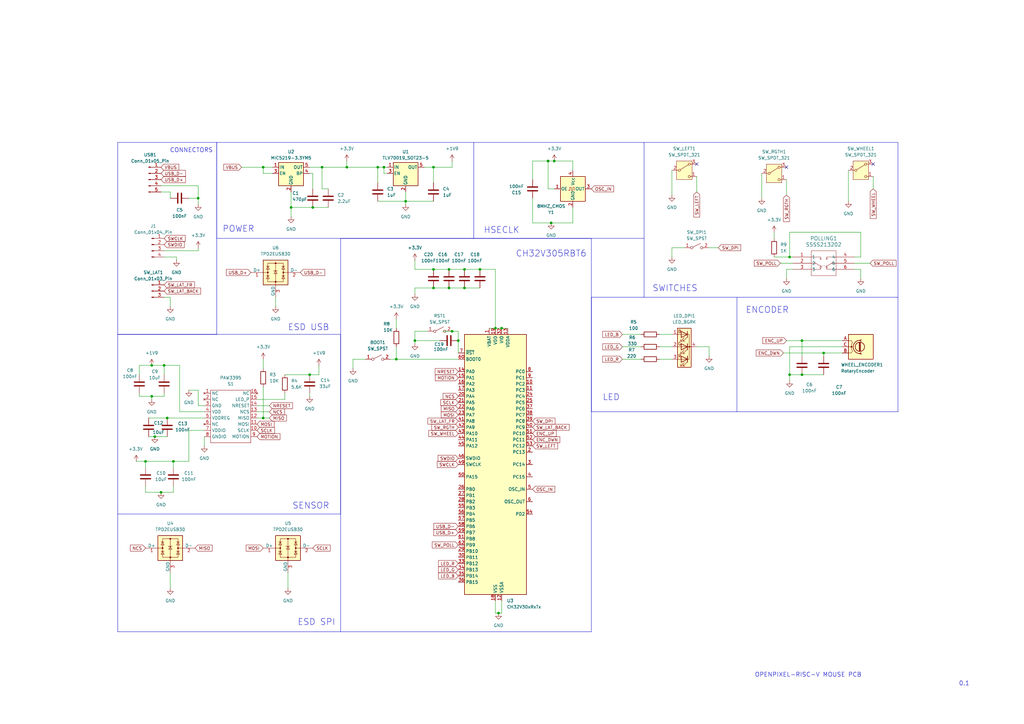
<source format=kicad_sch>
(kicad_sch (version 20250114) (generator "eeschema") (generator_version "9.0")
  (paper "A3")
  (text "LED" (at 250.698 163.068 0) (effects (font (size 2.54 2.54))))
  (text "OPENPIXEL-RISC-V MOUSE PCB\n" (at 331.47 276.86 0) (effects (font (size 1.778 1.778))))
  (text "0.1" (at 395.478 280.416 0) (effects (font (size 1.778 1.778))))
  (text "SENSOR" (at 127.508 207.518 0) (effects (font (size 2.54 2.54))))
  (text "CH32V305RBT6" (at 226.06 104.14 0) (effects (font (size 2.54 2.54))))
  (text "ESD SPI" (at 129.794 255.27 0) (effects (font (size 2.54 2.54))))
  (text "POWER\n" (at 97.79 93.98 0) (effects (font (size 2.54 2.54))))
  (text "ENCODER" (at 314.706 127.254 0) (effects (font (size 2.54 2.54))))
  (text "HSECLK" (at 205.74 94.488 0) (effects (font (size 2.54 2.54))))
  (text "SWITCHES\n" (at 276.86 118.364 0) (effects (font (size 2.54 2.54))))
  (text "CONNECTORS\n" (at 78.486 61.722 0) (effects (font (size 1.778 1.778))))
  (text "ESD USB			" (at 138.176 134.366 0) (effects (font (size 2.54 2.54))))
  (junction (at 204.47 251.46))
  (junction (at 162.56 147.32))
  (junction (at 142.24 68.58))
  (junction (at 227.33 66.04))
  (junction (at 205.74 134.62))
  (junction (at 67.31 149.86))
  (junction (at 68.58 171.45))
  (junction (at 323.85 153.67))
  (junction (at 226.06 91.44))
  (junction (at 81.28 81.28))
  (junction (at 184.15 110.49))
  (junction (at 127 153.67))
  (junction (at 128.27 85.09))
  (junction (at 177.8 110.49))
  (junction (at 154.94 68.58))
  (junction (at 66.04 201.93))
  (junction (at 323.85 105.41))
  (junction (at 170.18 139.7))
  (junction (at 196.85 110.49))
  (junction (at 184.15 118.11))
  (junction (at 71.12 189.23))
  (junction (at 166.37 82.55))
  (junction (at 132.08 68.58))
  (junction (at 63.5 179.07))
  (junction (at 328.93 139.7))
  (junction (at 177.8 118.11))
  (junction (at 185.42 135.89))
  (junction (at 157.48 68.58))
  (junction (at 107.95 68.58))
  (junction (at 119.38 85.09))
  (junction (at 187.96 139.7))
  (junction (at 62.23 162.56))
  (junction (at 224.79 66.04))
  (junction (at 177.8 68.58))
  (junction (at 203.2 134.62))
  (junction (at 328.93 153.67))
  (junction (at 337.82 144.78))
  (junction (at 107.95 171.45))
  (junction (at 190.5 110.49))
  (junction (at 62.23 149.86))
  (junction (at 59.69 189.23))
  (junction (at 190.5 118.11))
  (no_connect (at 322.58 68.58))
  (no_connect (at 358.14 67.31))
  (no_connect (at 285.75 67.31))
  (wire (pts (xy 184.15 110.49) (xy 190.5 110.49)))
  (wire (pts (xy 128.27 71.12) (xy 128.27 77.47)))
  (wire (pts (xy 162.56 147.32) (xy 160.02 147.32)))
  (polyline (pts (xy 194.31 97.79) (xy 88.9 97.79)))
  (wire (pts (xy 55.88 189.23) (xy 59.69 189.23)))
  (wire (pts (xy 285.75 72.39) (xy 285.75 78.74)))
  (wire (pts (xy 323.85 95.25) (xy 323.85 105.41)))
  (wire (pts (xy 158.75 71.12) (xy 157.48 71.12)))
  (wire (pts (xy 81.28 160.02) (xy 77.47 160.02)))
  (polyline (pts (xy 242.57 168.91) (xy 302.26 168.91)))
  (wire (pts (xy 119.38 78.74) (xy 119.38 85.09)))
  (wire (pts (xy 130.81 153.67) (xy 127 153.67)))
  (wire (pts (xy 71.12 201.93) (xy 66.04 201.93)))
  (wire (pts (xy 166.37 78.74) (xy 166.37 82.55)))
  (wire (pts (xy 328.93 139.7) (xy 345.44 139.7)))
  (polyline (pts (xy 88.9 58.42) (xy 88.9 97.79)))
  (wire (pts (xy 203.2 134.62) (xy 203.2 110.49)))
  (polyline (pts (xy 368.3 58.42) (xy 368.3 121.92)))
  (wire (pts (xy 255.27 137.16) (xy 262.89 137.16)))
  (wire (pts (xy 144.78 147.32) (xy 144.78 151.13)))
  (polyline (pts (xy 242.57 259.08) (xy 139.7 259.08)))
  (wire (pts (xy 350.52 107.95) (xy 356.87 107.95)))
  (wire (pts (xy 234.95 66.04) (xy 234.95 69.85)))
  (wire (pts (xy 170.18 139.7) (xy 170.18 140.97)))
  (polyline (pts (xy 48.26 58.42) (xy 88.9 58.42)))
  (wire (pts (xy 67.31 162.56) (xy 62.23 162.56)))
  (wire (pts (xy 57.15 161.29) (xy 57.15 162.56)))
  (wire (pts (xy 119.38 85.09) (xy 119.38 88.9)))
  (wire (pts (xy 73.66 149.86) (xy 67.31 149.86)))
  (wire (pts (xy 116.84 163.83) (xy 116.84 161.29)))
  (wire (pts (xy 170.18 110.49) (xy 177.8 110.49)))
  (wire (pts (xy 280.67 101.6) (xy 275.59 101.6)))
  (wire (pts (xy 270.51 142.24) (xy 275.59 142.24)))
  (wire (pts (xy 77.47 176.53) (xy 83.82 176.53)))
  (wire (pts (xy 218.44 81.28) (xy 218.44 91.44)))
  (wire (pts (xy 142.24 68.58) (xy 154.94 68.58)))
  (polyline (pts (xy 139.7 137.16) (xy 139.7 210.82)))
  (wire (pts (xy 322.58 110.49) (xy 322.58 114.3)))
  (polyline (pts (xy 48.26 58.42) (xy 48.26 137.16)))
  (wire (pts (xy 69.85 234.95) (xy 69.85 241.3)))
  (wire (pts (xy 337.82 144.78) (xy 337.82 146.05)))
  (wire (pts (xy 350.52 110.49) (xy 353.06 110.49)))
  (wire (pts (xy 81.28 166.37) (xy 81.28 160.02)))
  (wire (pts (xy 218.44 91.44) (xy 226.06 91.44)))
  (wire (pts (xy 323.85 105.41) (xy 325.12 105.41)))
  (wire (pts (xy 312.42 71.12) (xy 312.42 81.28)))
  (wire (pts (xy 154.94 68.58) (xy 154.94 74.93)))
  (polyline (pts (xy 368.3 121.92) (xy 264.16 121.92)))
  (wire (pts (xy 116.84 153.67) (xy 127 153.67)))
  (wire (pts (xy 328.93 153.67) (xy 337.82 153.67)))
  (wire (pts (xy 162.56 142.24) (xy 162.56 147.32)))
  (wire (pts (xy 83.82 179.07) (xy 83.82 182.88)))
  (wire (pts (xy 205.74 251.46) (xy 204.47 251.46)))
  (wire (pts (xy 105.41 163.83) (xy 116.84 163.83)))
  (wire (pts (xy 59.69 201.93) (xy 66.04 201.93)))
  (wire (pts (xy 59.69 189.23) (xy 71.12 189.23)))
  (wire (pts (xy 205.74 134.62) (xy 208.28 134.62)))
  (wire (pts (xy 323.85 142.24) (xy 323.85 153.67)))
  (polyline (pts (xy 88.9 58.42) (xy 194.31 58.42)))
  (wire (pts (xy 337.82 144.78) (xy 345.44 144.78)))
  (wire (pts (xy 149.86 147.32) (xy 144.78 147.32)))
  (wire (pts (xy 107.95 68.58) (xy 111.76 68.58)))
  (wire (pts (xy 57.15 162.56) (xy 62.23 162.56)))
  (wire (pts (xy 234.95 91.44) (xy 226.06 91.44)))
  (wire (pts (xy 321.31 144.78) (xy 337.82 144.78)))
  (wire (pts (xy 358.14 72.39) (xy 358.14 77.47)))
  (wire (pts (xy 77.47 81.28) (xy 81.28 81.28)))
  (wire (pts (xy 57.15 149.86) (xy 62.23 149.86)))
  (wire (pts (xy 205.74 246.38) (xy 205.74 251.46)))
  (wire (pts (xy 59.69 199.39) (xy 59.69 201.93)))
  (wire (pts (xy 62.23 163.83) (xy 62.23 162.56)))
  (polyline (pts (xy 194.31 58.42) (xy 194.31 97.79)))
  (wire (pts (xy 72.39 105.41) (xy 72.39 106.68)))
  (wire (pts (xy 128.27 85.09) (xy 134.62 85.09)))
  (wire (pts (xy 170.18 139.7) (xy 180.34 139.7)))
  (wire (pts (xy 132.08 68.58) (xy 142.24 68.58)))
  (wire (pts (xy 154.94 82.55) (xy 166.37 82.55)))
  (wire (pts (xy 177.8 68.58) (xy 177.8 74.93)))
  (wire (pts (xy 71.12 191.77) (xy 71.12 189.23)))
  (wire (pts (xy 157.48 71.12) (xy 157.48 68.58)))
  (wire (pts (xy 59.69 191.77) (xy 59.69 189.23)))
  (wire (pts (xy 227.33 66.04) (xy 234.95 66.04)))
  (wire (pts (xy 67.31 153.67) (xy 67.31 149.86)))
  (wire (pts (xy 200.66 134.62) (xy 203.2 134.62)))
  (polyline (pts (xy 48.26 137.16) (xy 48.26 210.82)))
  (wire (pts (xy 325.12 110.49) (xy 322.58 110.49)))
  (polyline (pts (xy 139.7 210.82) (xy 48.26 210.82)))
  (wire (pts (xy 71.12 199.39) (xy 71.12 201.93)))
  (wire (pts (xy 81.28 81.28) (xy 81.28 83.82)))
  (wire (pts (xy 177.8 110.49) (xy 184.15 110.49)))
  (wire (pts (xy 177.8 68.58) (xy 185.42 68.58)))
  (wire (pts (xy 166.37 82.55) (xy 177.8 82.55)))
  (wire (pts (xy 67.31 105.41) (xy 72.39 105.41)))
  (wire (pts (xy 227.33 66.04) (xy 224.79 66.04)))
  (wire (pts (xy 107.95 151.13) (xy 107.95 147.32)))
  (wire (pts (xy 83.82 168.91) (xy 73.66 168.91)))
  (wire (pts (xy 317.5 95.25) (xy 317.5 97.79)))
  (wire (pts (xy 111.76 71.12) (xy 107.95 71.12)))
  (wire (pts (xy 69.85 78.74) (xy 69.85 81.28)))
  (wire (pts (xy 62.23 149.86) (xy 67.31 149.86)))
  (wire (pts (xy 234.95 85.09) (xy 234.95 91.44)))
  (wire (pts (xy 320.04 107.95) (xy 325.12 107.95)))
  (wire (pts (xy 77.47 189.23) (xy 77.47 176.53)))
  (wire (pts (xy 127 68.58) (xy 132.08 68.58)))
  (wire (pts (xy 142.24 68.58) (xy 142.24 66.04)))
  (polyline (pts (xy 242.57 97.79) (xy 242.57 259.08)))
  (wire (pts (xy 170.18 118.11) (xy 177.8 118.11)))
  (wire (pts (xy 81.28 102.87) (xy 81.28 101.6)))
  (wire (pts (xy 132.08 77.47) (xy 134.62 77.47)))
  (wire (pts (xy 290.83 142.24) (xy 290.83 146.05)))
  (polyline (pts (xy 264.16 121.92) (xy 242.57 121.92)))
  (wire (pts (xy 110.49 166.37) (xy 105.41 166.37)))
  (wire (pts (xy 154.94 68.58) (xy 157.48 68.58)))
  (wire (pts (xy 162.56 134.62) (xy 162.56 130.81)))
  (wire (pts (xy 107.95 171.45) (xy 110.49 171.45)))
  (wire (pts (xy 66.04 76.2) (xy 81.28 76.2)))
  (wire (pts (xy 196.85 118.11) (xy 190.5 118.11)))
  (polyline (pts (xy 302.26 168.91) (xy 368.3 168.91)))
  (polyline (pts (xy 194.31 58.42) (xy 264.16 58.42)))
  (polyline (pts (xy 264.16 58.42) (xy 368.3 58.42)))
  (wire (pts (xy 110.49 168.91) (xy 105.41 168.91)))
  (wire (pts (xy 255.27 147.32) (xy 262.89 147.32)))
  (wire (pts (xy 175.26 135.89) (xy 170.18 135.89)))
  (wire (pts (xy 67.31 161.29) (xy 67.31 162.56)))
  (wire (pts (xy 190.5 110.49) (xy 196.85 110.49)))
  (wire (pts (xy 81.28 76.2) (xy 81.28 81.28)))
  (wire (pts (xy 345.44 142.24) (xy 323.85 142.24)))
  (polyline (pts (xy 139.7 97.79) (xy 139.7 259.08)))
  (wire (pts (xy 68.58 171.45) (xy 83.82 171.45)))
  (wire (pts (xy 190.5 118.11) (xy 184.15 118.11)))
  (wire (pts (xy 157.48 68.58) (xy 158.75 68.58)))
  (wire (pts (xy 353.06 105.41) (xy 353.06 95.25)))
  (wire (pts (xy 275.59 69.85) (xy 275.59 80.01)))
  (wire (pts (xy 203.2 134.62) (xy 205.74 134.62)))
  (polyline (pts (xy 88.9 58.42) (xy 88.9 137.16)))
  (wire (pts (xy 83.82 166.37) (xy 81.28 166.37)))
  (wire (pts (xy 353.06 95.25) (xy 323.85 95.25)))
  (wire (pts (xy 322.58 73.66) (xy 322.58 80.01)))
  (wire (pts (xy 347.98 69.85) (xy 347.98 82.55)))
  (wire (pts (xy 127 161.29) (xy 127 162.56)))
  (wire (pts (xy 67.31 121.92) (xy 69.85 121.92)))
  (wire (pts (xy 218.44 66.04) (xy 218.44 73.66)))
  (polyline (pts (xy 242.57 121.92) (xy 242.57 168.91)))
  (wire (pts (xy 119.38 85.09) (xy 128.27 85.09)))
  (wire (pts (xy 71.12 189.23) (xy 77.47 189.23)))
  (wire (pts (xy 57.15 149.86) (xy 57.15 153.67)))
  (polyline (pts (xy 368.3 168.91) (xy 368.3 121.92)) (stroke (width 0) (type solid)))
  (polyline (pts (xy 48.26 259.08) (xy 139.7 259.08)))
  (polyline (pts (xy 264.16 58.42) (xy 264.16 121.92)))
  (wire (pts (xy 60.96 179.07) (xy 63.5 179.07)))
  (wire (pts (xy 275.59 101.6) (xy 275.59 105.41)))
  (wire (pts (xy 170.18 135.89) (xy 170.18 139.7)))
  (wire (pts (xy 69.85 121.92) (xy 69.85 125.73)))
  (wire (pts (xy 270.51 137.16) (xy 275.59 137.16)))
  (wire (pts (xy 185.42 135.89) (xy 181.61 135.89)))
  (wire (pts (xy 105.41 171.45) (xy 107.95 171.45)))
  (wire (pts (xy 317.5 105.41) (xy 323.85 105.41)))
  (wire (pts (xy 203.2 246.38) (xy 203.2 251.46)))
  (polyline (pts (xy 88.9 137.16) (xy 48.26 137.16)))
  (polyline (pts (xy 194.31 97.79) (xy 264.16 97.79)))
  (wire (pts (xy 187.96 139.7) (xy 187.96 135.89)))
  (wire (pts (xy 290.83 101.6) (xy 294.64 101.6)))
  (wire (pts (xy 166.37 82.55) (xy 166.37 83.82)))
  (wire (pts (xy 170.18 106.68) (xy 170.18 110.49)))
  (wire (pts (xy 224.79 66.04) (xy 218.44 66.04)))
  (wire (pts (xy 187.96 135.89) (xy 185.42 135.89)))
  (wire (pts (xy 322.58 139.7) (xy 328.93 139.7)))
  (wire (pts (xy 196.85 110.49) (xy 203.2 110.49)))
  (wire (pts (xy 173.99 68.58) (xy 177.8 68.58)))
  (wire (pts (xy 187.96 144.78) (xy 187.96 139.7)))
  (wire (pts (xy 118.11 234.95) (xy 118.11 241.3)))
  (wire (pts (xy 170.18 118.11) (xy 170.18 120.65)))
  (wire (pts (xy 187.96 147.32) (xy 162.56 147.32)))
  (wire (pts (xy 130.81 149.86) (xy 130.81 153.67)))
  (wire (pts (xy 185.42 68.58) (xy 185.42 66.04)))
  (wire (pts (xy 285.75 142.24) (xy 290.83 142.24)))
  (wire (pts (xy 107.95 71.12) (xy 107.95 68.58)))
  (wire (pts (xy 177.8 118.11) (xy 184.15 118.11)))
  (wire (pts (xy 60.96 171.45) (xy 68.58 171.45)))
  (wire (pts (xy 99.06 68.58) (xy 107.95 68.58)))
  (wire (pts (xy 353.06 110.49) (xy 353.06 114.3)))
  (wire (pts (xy 255.27 142.24) (xy 262.89 142.24)))
  (polyline (pts (xy 48.26 210.82) (xy 48.26 259.08)))
  (wire (pts (xy 113.03 121.92) (xy 113.03 125.73)))
  (wire (pts (xy 127 71.12) (xy 128.27 71.12)))
  (wire (pts (xy 203.2 251.46) (xy 204.47 251.46)))
  (polyline (pts (xy 302.26 121.92) (xy 302.26 168.91)))
  (wire (pts (xy 227.33 77.47) (xy 224.79 77.47)))
  (polyline (pts (xy 139.7 97.79) (xy 242.57 97.79)))
  (wire (pts (xy 224.79 77.47) (xy 224.79 66.04)))
  (polyline (pts (xy 48.26 137.16) (xy 139.7 137.16)))
  (wire (pts (xy 73.66 168.91) (xy 73.66 149.86)))
  (wire (pts (xy 67.31 102.87) (xy 81.28 102.87)))
  (wire (pts (xy 323.85 153.67) (xy 323.85 156.21)))
  (wire (pts (xy 66.04 78.74) (xy 69.85 78.74)))
  (wire (pts (xy 328.93 139.7) (xy 328.93 146.05)))
  (wire (pts (xy 63.5 179.07) (xy 68.58 179.07)))
  (wire (pts (xy 270.51 147.32) (xy 275.59 147.32)))
  (wire (pts (xy 107.95 158.75) (xy 107.95 171.45)))
  (wire (pts (xy 350.52 105.41) (xy 353.06 105.41)))
  (wire (pts (xy 132.08 68.58) (xy 132.08 77.47)))
  (wire (pts (xy 323.85 153.67) (xy 328.93 153.67)))
  (global_label "NRESET" (shape input) (at 110.49 166.37 0) (property "Intersheetrefs" "${INTERSHEET_REFS}" (effects (hide yes))))
  (global_label "SW_DPI" (shape input) (at 218.44 172.72 0) (property "Intersheetrefs" "${INTERSHEET_REFS}" (effects (hide yes))))
  (global_label "LED_B" (shape input) (at 187.96 236.22 180) (property "Intersheetrefs" "${INTERSHEET_REFS}" (effects (hide yes))))
  (global_label "SCLK" (shape input) (at 105.41 176.53 0) (property "Intersheetrefs" "${INTERSHEET_REFS}" (effects (hide yes))))
  (global_label "ENC_UP" (shape input) (at 322.58 139.7 180) (property "Intersheetrefs" "${INTERSHEET_REFS}" (effects (hide yes))))
  (global_label "SWDIO" (shape input) (at 67.31 100.33 0) (property "Intersheetrefs" "${INTERSHEET_REFS}" (effects (hide yes))))
  (global_label "SW_LEFT" (shape input) (at 285.75 78.74 270) (property "Intersheetrefs" "${INTERSHEET_REFS}" (effects (hide yes))))
  (global_label "SW_RGTH" (shape input) (at 187.96 175.26 180) (property "Intersheetrefs" "${INTERSHEET_REFS}" (effects (hide yes))))
  (global_label "ENC_UP" (shape input) (at 218.44 177.8 0) (property "Intersheetrefs" "${INTERSHEET_REFS}" (effects (hide yes))))
  (global_label "VBUS" (shape input) (at 66.04 68.58 0) (property "Intersheetrefs" "${INTERSHEET_REFS}" (effects (hide yes))))
  (global_label "USB_D-" (shape input) (at 187.96 215.9 180) (property "Intersheetrefs" "${INTERSHEET_REFS}" (effects (hide yes))))
  (global_label "MOSI" (shape input) (at 105.41 173.99 0) (property "Intersheetrefs" "${INTERSHEET_REFS}" (effects (hide yes))))
  (global_label "SW_LEFT" (shape input) (at 218.44 182.88 0) (property "Intersheetrefs" "${INTERSHEET_REFS}" (effects (hide yes))))
  (global_label "NRESET" (shape input) (at 187.96 152.4 180) (property "Intersheetrefs" "${INTERSHEET_REFS}" (effects (hide yes))))
  (global_label "NCS" (shape input) (at 59.69 224.79 180) (property "Intersheetrefs" "${INTERSHEET_REFS}" (effects (hide yes))))
  (global_label "SW_POLL" (shape input) (at 187.96 223.52 180) (property "Intersheetrefs" "${INTERSHEET_REFS}" (effects (hide yes))))
  (global_label "MISO" (shape input) (at 110.49 171.45 0) (property "Intersheetrefs" "${INTERSHEET_REFS}" (effects (hide yes))))
  (global_label "MOSI" (shape input) (at 187.96 170.18 180) (property "Intersheetrefs" "${INTERSHEET_REFS}" (effects (hide yes))))
  (global_label "ENC_DWN" (shape input) (at 218.44 180.34 0) (property "Intersheetrefs" "${INTERSHEET_REFS}" (effects (hide yes))))
  (global_label "MISO" (shape input) (at 80.01 224.79 0) (property "Intersheetrefs" "${INTERSHEET_REFS}" (effects (hide yes))))
  (global_label "LED_G" (shape input) (at 187.96 233.68 180) (property "Intersheetrefs" "${INTERSHEET_REFS}" (effects (hide yes))))
  (global_label "SWCLK" (shape input) (at 67.31 97.79 0) (property "Intersheetrefs" "${INTERSHEET_REFS}" (effects (hide yes))))
  (global_label "USB_D+" (shape input) (at 66.04 73.66 0) (property "Intersheetrefs" "${INTERSHEET_REFS}" (effects (hide yes))))
  (global_label "MOTION" (shape input) (at 105.41 179.07 0) (property "Intersheetrefs" "${INTERSHEET_REFS}" (effects (hide yes))))
  (global_label "SW_POLL" (shape input) (at 320.04 107.95 180) (property "Intersheetrefs" "${INTERSHEET_REFS}" (effects (hide yes))))
  (global_label "USB_D-" (shape input) (at 123.19 111.76 0) (property "Intersheetrefs" "${INTERSHEET_REFS}" (effects (hide yes))))
  (global_label "MOTION" (shape input) (at 187.96 154.94 180) (property "Intersheetrefs" "${INTERSHEET_REFS}" (effects (hide yes))))
  (global_label "SCLK" (shape input) (at 187.96 165.1 180) (property "Intersheetrefs" "${INTERSHEET_REFS}" (effects (hide yes))))
  (global_label "SW_LAT_BACK" (shape input) (at 67.31 119.38 0) (property "Intersheetrefs" "${INTERSHEET_REFS}" (effects (hide yes))))
  (global_label "MOSI" (shape input) (at 107.95 224.79 180) (property "Intersheetrefs" "${INTERSHEET_REFS}" (effects (hide yes))))
  (global_label "USB_D+" (shape input) (at 187.96 218.44 180) (property "Intersheetrefs" "${INTERSHEET_REFS}" (effects (hide yes))))
  (global_label "LED_G" (shape input) (at 255.27 142.24 180) (property "Intersheetrefs" "${INTERSHEET_REFS}" (effects (hide yes))))
  (global_label "OSC_IN" (shape input) (at 242.57 77.47 0) (property "Intersheetrefs" "${INTERSHEET_REFS}" (effects (hide yes))))
  (global_label "LED_R" (shape input) (at 255.27 147.32 180) (property "Intersheetrefs" "${INTERSHEET_REFS}" (effects (hide yes))))
  (global_label "NCS" (shape input) (at 187.96 162.56 180) (property "Intersheetrefs" "${INTERSHEET_REFS}" (effects (hide yes))))
  (global_label "SWDIO" (shape input) (at 187.96 187.96 180) (property "Intersheetrefs" "${INTERSHEET_REFS}" (effects (hide yes))))
  (global_label "SW_DPI" (shape input) (at 294.64 101.6 0) (property "Intersheetrefs" "${INTERSHEET_REFS}" (effects (hide yes))))
  (global_label "SW_WHEEL" (shape input) (at 358.14 77.47 270) (property "Intersheetrefs" "${INTERSHEET_REFS}" (effects (hide yes))))
  (global_label "LED_R" (shape input) (at 187.96 231.14 180) (property "Intersheetrefs" "${INTERSHEET_REFS}" (effects (hide yes))))
  (global_label "VBUS" (shape input) (at 99.06 68.58 180) (property "Intersheetrefs" "${INTERSHEET_REFS}" (effects (hide yes))))
  (global_label "NCS" (shape input) (at 110.49 168.91 0) (property "Intersheetrefs" "${INTERSHEET_REFS}" (effects (hide yes))))
  (global_label "SW_LAT_BACK" (shape input) (at 218.44 175.26 0) (property "Intersheetrefs" "${INTERSHEET_REFS}" (effects (hide yes))))
  (global_label "SW_LAT_FR" (shape input) (at 67.31 116.84 0) (property "Intersheetrefs" "${INTERSHEET_REFS}" (effects (hide yes))))
  (global_label "LED_B" (shape input) (at 255.27 137.16 180) (property "Intersheetrefs" "${INTERSHEET_REFS}" (effects (hide yes))))
  (global_label "USB_D+" (shape input) (at 102.87 111.76 180) (property "Intersheetrefs" "${INTERSHEET_REFS}" (effects (hide yes))))
  (global_label "SCLK" (shape input) (at 128.27 224.79 0) (property "Intersheetrefs" "${INTERSHEET_REFS}" (effects (hide yes))))
  (global_label "SW_POLL" (shape input) (at 356.87 107.95 0) (property "Intersheetrefs" "${INTERSHEET_REFS}" (effects (hide yes))))
  (global_label "SWCLK" (shape input) (at 187.96 190.5 180) (property "Intersheetrefs" "${INTERSHEET_REFS}" (effects (hide yes))))
  (global_label "SW_WHEEL" (shape input) (at 187.96 177.8 180) (property "Intersheetrefs" "${INTERSHEET_REFS}" (effects (hide yes))))
  (global_label "USB_D-" (shape input) (at 66.04 71.12 0) (property "Intersheetrefs" "${INTERSHEET_REFS}" (effects (hide yes))))
  (global_label "ENC_DWN" (shape input) (at 321.31 144.78 180) (property "Intersheetrefs" "${INTERSHEET_REFS}" (effects (hide yes))))
  (global_label "SW_LAT_FR" (shape input) (at 187.96 172.72 180) (property "Intersheetrefs" "${INTERSHEET_REFS}" (effects (hide yes))))
  (global_label "MISO" (shape input) (at 187.96 167.64 180) (property "Intersheetrefs" "${INTERSHEET_REFS}" (effects (hide yes))))
  (global_label "OSC_IN" (shape input) (at 218.44 200.66 0) (property "Intersheetrefs" "${INTERSHEET_REFS}" (effects (hide yes))))
  (global_label "SW_RGTH" (shape input) (at 322.58 80.01 270) (property "Intersheetrefs" "${INTERSHEET_REFS}" (effects (hide yes))))
  (symbol (lib_id "Device:R") (at 116.84 157.48 0) (unit 1)
    (property "Reference" "R4" (at 119.38 156.2099 0) (effects (justify left)))
    (property "Value" "5,6K" (at 119.38 158.7499 0) (effects (justify left)))
    (property "Footprint" "Capacitor_SMD:C_0603_1608Metric" (effects (hide yes)))
    (property "Description" "Resistor" (effects (hide yes)))
  )
  (symbol (lib_id "Switch:SW_SPDT_321") (at 280.67 69.85 0) (unit 1)
    (property "Reference" "SW_LEFT1" (at 280.67 60.96 0))
    (property "Value" "SW_SPDT_321" (at 280.67 63.5 0))
    (property "Footprint" "Omron mouse switches:SW_D2FC_OMR" (effects (hide yes)))
    (property "Description" "Switch, single pole double throw" (effects (hide yes)))
  )
  (symbol (lib_id "Device:C") (at 68.58 175.26 180) (unit 1)
    (property "Reference" "C13" (at 74.93 173.736 0))
    (property "Value" "100nF" (at 74.93 176.276 0))
    (property "Footprint" "Capacitor_SMD:C_0402_1005Metric" (effects (hide yes)))
    (property "Description" "Unpolarized capacitor" (effects (hide yes)))
  )
  (symbol (lib_id "power:GND") (at 63.5 179.07 0) (unit 1)
    (property "Reference" "#PWR033" (effects (hide yes)))
    (property "Value" "GND" (at 63.5 184.15 0))
    (property "Description" "Power symbol creates a global label with name \"GND\" , ground" (effects (hide yes)))
  )
  (symbol (lib_id "power:+3.3V") (at 107.95 147.32 0) (unit 1)
    (property "Reference" "#PWR029" (effects (hide yes)))
    (property "Value" "+3.3V" (at 107.95 142.24 0))
    (property "Description" "Power symbol creates a global label with name \"+3.3V\"" (effects (hide yes)))
  )
  (symbol (lib_id "Device:C") (at 134.62 81.28 0) (unit 1)
    (property "Reference" "C2" (at 138.43 80.01 0) (effects (justify left)))
    (property "Value" "2.2uF" (at 138.43 82.55 0) (effects (justify left)))
    (property "Footprint" "Capacitor_SMD:C_0402_1005Metric" (effects (hide yes)))
    (property "Description" "Unpolarized capacitor" (effects (hide yes)))
  )
  (symbol (lib_id "Device:C") (at 218.44 77.47 180) (unit 1)
    (property "Reference" "C15" (at 211.836 78.994 0))
    (property "Value" "100nF" (at 211.836 76.454 0))
    (property "Footprint" "Capacitor_SMD:C_0402_1005Metric" (effects (hide yes)))
    (property "Description" "Unpolarized capacitor" (effects (hide yes)))
  )
  (symbol (lib_id "power:GND") (at 323.85 156.21 0) (unit 1)
    (property "Reference" "#PWR07" (effects (hide yes)))
    (property "Value" "GND" (at 323.85 161.29 0))
    (property "Description" "Power symbol creates a global label with name \"GND\" , ground" (effects (hide yes)))
  )
  (symbol (lib_id "power:GND") (at 170.18 120.65 0) (unit 1)
    (property "Reference" "#PWR022" (effects (hide yes)))
    (property "Value" "GND" (at 170.18 125.73 0))
    (property "Description" "Power symbol creates a global label with name \"GND\" , ground" (effects (hide yes)))
  )
  (symbol (lib_id "Connector:Conn_01x03_Pin") (at 62.23 119.38 0) (unit 1)
    (property "Reference" "SW_LAT1" (at 62.865 111.76 0))
    (property "Value" "Conn_01x03_Pin" (at 62.865 114.3 0))
    (property "Footprint" "Connector_JST:JST_SH_SM03B-SRSS-TB_1x03-1MP_P1.00mm_Horizontal" (effects (hide yes)))
    (property "Description" "Generic connector, single row, 01x03, script generated" (effects (hide yes)))
  )
  (symbol (lib_id "Switch:SW_SPST") (at 154.94 147.32 0) (unit 1)
    (property "Reference" "BOOT1" (at 154.94 140.462 0))
    (property "Value" "SW_SPST" (at 154.94 143.002 0))
    (property "Footprint" "Button_Switch_SMD:SW_SPST_TL3342" (effects (hide yes)))
    (property "Description" "Single Pole Single Throw (SPST) switch" (effects (hide yes)))
  )
  (symbol (lib_id "power:+1V8") (at 185.42 66.04 0) (unit 1)
    (property "Reference" "#PWR024" (effects (hide yes)))
    (property "Value" "+1V9" (at 185.42 60.96 0))
    (property "Description" "Power symbol creates a global label with name \"+1V8\"" (effects (hide yes)))
  )
  (symbol (lib_id "power:GND") (at 83.82 182.88 0) (unit 1)
    (property "Reference" "#PWR016" (effects (hide yes)))
    (property "Value" "GND" (at 83.82 187.96 0))
    (property "Description" "Power symbol creates a global label with name \"GND\" , ground" (effects (hide yes)))
  )
  (symbol (lib_id "Device:C") (at 127 157.48 180) (unit 1)
    (property "Reference" "C14" (at 133.35 155.956 0))
    (property "Value" "33uF" (at 133.35 158.496 0))
    (property "Footprint" "Capacitor_SMD:C_0402_1005Metric" (effects (hide yes)))
    (property "Description" "Unpolarized capacitor" (effects (hide yes)))
  )
  (symbol (lib_id "Device:C") (at 57.15 157.48 0) (unit 1)
    (property "Reference" "C8" (at 53.34 151.892 0))
    (property "Value" "100nF" (at 53.34 154.432 0))
    (property "Footprint" "Capacitor_SMD:C_0402_1005Metric" (effects (hide yes)))
    (property "Description" "Unpolarized capacitor" (effects (hide yes)))
  )
  (symbol (lib_id "Device:C") (at 177.8 78.74 0) (unit 1)
    (property "Reference" "C4" (at 181.61 77.4699 0) (effects (justify left)))
    (property "Value" "1uF" (at 181.61 80.0099 0) (effects (justify left)))
    (property "Footprint" "Capacitor_SMD:C_0402_1005Metric" (effects (hide yes)))
    (property "Description" "Unpolarized capacitor" (effects (hide yes)))
  )
  (symbol (lib_id "power:GND") (at 66.04 201.93 0) (unit 1)
    (property "Reference" "#PWR034" (effects (hide yes)))
    (property "Value" "GND" (at 66.04 207.01 0))
    (property "Description" "Power symbol creates a global label with name \"GND\" , ground" (effects (hide yes)))
  )
  (symbol (lib_id "power:GND") (at 347.98 82.55 0) (unit 1)
    (property "Reference" "#PWR06" (effects (hide yes)))
    (property "Value" "GND" (at 347.98 87.63 0))
    (property "Description" "Power symbol creates a global label with name \"GND\" , ground" (effects (hide yes)))
  )
  (symbol (lib_id "Device:C") (at 190.5 114.3 0) (unit 1)
    (property "Reference" "C17" (at 188.214 104.394 0))
    (property "Value" "100nF" (at 188.214 106.934 0))
    (property "Footprint" "Capacitor_SMD:C_0402_1005Metric" (effects (hide yes)))
    (property "Description" "Unpolarized capacitor" (effects (hide yes)))
  )
  (symbol (lib_id "power:GND") (at 119.38 88.9 0) (unit 1)
    (property "Reference" "#PWR02" (effects (hide yes)))
    (property "Value" "GND" (at 119.38 93.98 0))
    (property "Description" "Power symbol creates a global label with name \"GND\" , ground" (effects (hide yes)))
  )
  (symbol (lib_id "Device:R") (at 162.56 138.43 0) (unit 1)
    (property "Reference" "R8" (at 157.226 132.842 0) (effects (justify left)))
    (property "Value" "10K" (at 157.226 135.382 0) (effects (justify left)))
    (property "Footprint" "Capacitor_SMD:C_0603_1608Metric" (effects (hide yes)))
    (property "Description" "Resistor" (effects (hide yes)))
  )
  (symbol (lib_id "power:+3.3V") (at 227.33 66.04 0) (unit 1)
    (property "Reference" "#PWR036" (effects (hide yes)))
    (property "Value" "+3.3V" (at 227.33 60.96 0))
    (property "Description" "Power symbol creates a global label with name \"+3.3V\"" (effects (hide yes)))
  )
  (symbol (lib_id "power:GND") (at 275.59 105.41 0) (unit 1)
    (property "Reference" "#PWR010" (effects (hide yes)))
    (property "Value" "GND" (at 275.59 110.49 0))
    (property "Description" "Power symbol creates a global label with name \"GND\" , ground" (effects (hide yes)))
  )
  (symbol (lib_id "power:GND") (at 275.59 80.01 0) (unit 1)
    (property "Reference" "#PWR04" (effects (hide yes)))
    (property "Value" "GND" (at 275.59 85.09 0))
    (property "Description" "Power symbol creates a global label with name \"GND\" , ground" (effects (hide yes)))
  )
  (symbol (lib_id "power:+3.3V") (at 317.5 95.25 0) (unit 1)
    (property "Reference" "#PWR027" (effects (hide yes)))
    (property "Value" "+3.3V" (at 317.5 90.17 0))
    (property "Description" "Power symbol creates a global label with name \"+3.3V\"" (effects (hide yes)))
  )
  (symbol (lib_id "power:GND") (at 118.11 241.3 0) (unit 1)
    (property "Reference" "#PWR028" (effects (hide yes)))
    (property "Value" "GND" (at 118.11 246.38 0))
    (property "Description" "Power symbol creates a global label with name \"GND\" , ground" (effects (hide yes)))
  )
  (symbol (lib_id "Power_Protection:TPD2EUSB30") (at 69.85 224.79 0) (unit 1)
    (property "Reference" "U4" (at 69.85 214.63 0))
    (property "Value" "TPD2EUSB30" (at 69.85 217.17 0))
    (property "Footprint" "Package_TO_SOT_SMD:Texas_DRT-3" (effects (hide yes)))
    (property "Datasheet" "http://www.ti.com/lit/ds/symlink/tpd2eusb30a.pdf" (effects (hide yes)))
    (property "Description" "2-Channel ESD Protection for Super-Speed USB 3.0 Interface, DRT-3" (effects (hide yes)))
  )
  (symbol (lib_id "power:GND") (at 353.06 114.3 0) (unit 1)
    (property "Reference" "#PWR08" (effects (hide yes)))
    (property "Value" "GND" (at 353.06 119.38 0))
    (property "Description" "Power symbol creates a global label with name \"GND\" , ground" (effects (hide yes)))
  )
  (symbol (lib_id "Device:C") (at 73.66 81.28 90) (unit 1)
    (property "Reference" "C5" (at 73.66 86.106 90))
    (property "Value" "100nF" (at 73.66 88.646 90))
    (property "Footprint" "Capacitor_SMD:C_0402_1005Metric" (effects (hide yes)))
    (property "Description" "Unpolarized capacitor" (effects (hide yes)))
  )
  (symbol (lib_id "power:GND") (at 170.18 140.97 0) (unit 1)
    (property "Reference" "#PWR019" (effects (hide yes)))
    (property "Value" "GND" (at 170.18 146.05 0))
    (property "Description" "Power symbol creates a global label with name \"GND\" , ground" (effects (hide yes)))
  )
  (symbol (lib_id "paw3395:paw3395") (at 90.17 163.83 0) (unit 1)
    (property "Reference" "PAW3395" (at 94.615 154.94 0))
    (property "Value" "S1" (at 94.615 157.48 0))
    (property "Footprint" "PAW3395:PAW3395_LGA16_fixed" (effects (hide yes)))
  )
  (symbol (lib_id "Switch:SW_SPST") (at 180.34 135.89 0) (unit 1)
    (property "Reference" "RST1" (at 180.34 129.54 0))
    (property "Value" "SW_SPST" (at 180.34 132.08 0))
    (property "Footprint" "Button_Switch_SMD:SW_SPST_EVQP7C" (effects (hide yes)))
    (property "Description" "Single Pole Single Throw (SPST) switch" (effects (hide yes)))
  )
  (symbol (lib_id "Connector:Conn_01x04_Pin") (at 62.23 100.33 0) (unit 1)
    (property "Reference" "J1" (at 62.865 92.71 0))
    (property "Value" "Conn_01x04_Pin" (at 62.865 95.25 0))
    (property "Footprint" "Connector_PinHeader_2.00mm:PinHeader_1x04_P2.00mm_Vertical" (effects (hide yes)))
    (property "Description" "Generic connector, single row, 01x04, script generated" (effects (hide yes)))
  )
  (symbol (lib_id "Device:C") (at 328.93 149.86 180) (unit 1)
    (property "Reference" "C6" (at 331.978 157.734 0))
    (property "Value" "100nF" (at 331.978 160.274 0))
    (property "Footprint" "Capacitor_SMD:C_0402_1005Metric" (effects (hide yes)))
    (property "Description" "Unpolarized capacitor" (effects (hide yes)))
  )
  (symbol (lib_id "power:+3.3V") (at 162.56 130.81 0) (unit 1)
    (property "Reference" "#PWR037" (effects (hide yes)))
    (property "Value" "+3.3V" (at 162.56 125.73 0))
    (property "Description" "Power symbol creates a global label with name \"+3.3V\"" (effects (hide yes)))
  )
  (symbol (lib_id "power:GND") (at 127 162.56 0) (unit 1)
    (property "Reference" "#PWR030" (effects (hide yes)))
    (property "Value" "GND" (at 127 167.64 0))
    (property "Description" "Power symbol creates a global label with name \"GND\" , ground" (effects (hide yes)))
  )
  (symbol (lib_id "Device:C") (at 59.69 195.58 180) (unit 1)
    (property "Reference" "C10" (at 66.04 194.056 0))
    (property "Value" "10uF" (at 66.04 196.596 0))
    (property "Footprint" "Capacitor_SMD:C_0402_1005Metric" (effects (hide yes)))
    (property "Description" "Unpolarized capacitor" (effects (hide yes)))
  )
  (symbol (lib_id "Switch:SW_SPDT_321") (at 353.06 69.85 0) (unit 1)
    (property "Reference" "SW_WHEEL1" (at 353.06 60.96 0))
    (property "Value" "SW_SPDT_321" (at 353.06 63.5 0))
    (property "Footprint" "Omron mouse switches:SW_D2FC_OMR" (effects (hide yes)))
    (property "Description" "Switch, single pole double throw" (effects (hide yes)))
  )
  (symbol (lib_id "power:GND") (at 290.83 146.05 0) (unit 1)
    (property "Reference" "#PWR011" (effects (hide yes)))
    (property "Value" "GND" (at 290.83 151.13 0))
    (property "Description" "Power symbol creates a global label with name \"GND\" , ground" (effects (hide yes)))
  )
  (symbol (lib_id "Device:C") (at 154.94 78.74 0) (unit 1)
    (property "Reference" "C3" (at 158.75 77.4699 0) (effects (justify left)))
    (property "Value" "1uF" (at 158.75 80.0099 0) (effects (justify left)))
    (property "Footprint" "Capacitor_SMD:C_0402_1005Metric" (effects (hide yes)))
    (property "Description" "Unpolarized capacitor" (effects (hide yes)))
  )
  (symbol (lib_id "power:GND") (at 144.78 151.13 0) (unit 1)
    (property "Reference" "#PWR018" (effects (hide yes)))
    (property "Value" "GND" (at 144.78 156.21 0))
    (property "Description" "Power symbol creates a global label with name \"GND\" , ground" (effects (hide yes)))
  )
  (symbol (lib_id "power:GND") (at 312.42 81.28 0) (unit 1)
    (property "Reference" "#PWR05" (effects (hide yes)))
    (property "Value" "GND" (at 312.42 86.36 0))
    (property "Description" "Power symbol creates a global label with name \"GND\" , ground" (effects (hide yes)))
  )
  (symbol (lib_id "Regulator_Linear:TLV70019_SOT23-5") (at 166.37 71.12 0) (unit 1)
    (property "Reference" "U1" (at 166.37 62.23 0))
    (property "Value" "TLV70019_SOT23-5" (at 166.37 64.77 0))
    (property "Footprint" "Package_TO_SOT_SMD:SOT-23-5" (effects (hide yes)))
    (property "Datasheet" "http://www.ti.com/lit/ds/symlink/tlv700.pdf" (effects (hide yes)))
    (property "Description" "200mA Low Dropout Voltage Regulator, Fixed Output 1.9V, SOT-23-5" (effects (hide yes)))
  )
  (symbol (lib_id "power:GND") (at 226.06 91.44 0) (unit 1)
    (property "Reference" "#PWR035" (effects (hide yes)))
    (property "Value" "GND" (at 226.06 96.52 0))
    (property "Description" "Power symbol creates a global label with name \"GND\" , ground" (effects (hide yes)))
  )
  (symbol (lib_id "Device:C") (at 67.31 157.48 0) (unit 1)
    (property "Reference" "C9" (at 63.5 152.4 0))
    (property "Value" "10uF" (at 63.5 154.94 0))
    (property "Footprint" "Capacitor_SMD:C_0402_1005Metric" (effects (hide yes)))
    (property "Description" "Unpolarized capacitor" (effects (hide yes)))
  )
  (symbol (lib_id "Power_Protection:TPD2EUSB30") (at 113.03 111.76 0) (unit 1)
    (property "Reference" "U6" (at 113.03 101.6 0))
    (property "Value" "TPD2EUSB30" (at 113.03 104.14 0))
    (property "Footprint" "Package_TO_SOT_SMD:Texas_DRT-3" (effects (hide yes)))
    (property "Datasheet" "http://www.ti.com/lit/ds/symlink/tpd2eusb30a.pdf" (effects (hide yes)))
    (property "Description" "2-Channel ESD Protection for Super-Speed USB 3.0 Interface, DRT-3" (effects (hide yes)))
  )
  (symbol (lib_id "Device:R") (at 317.5 101.6 0) (unit 1)
    (property "Reference" "R9" (at 320.04 100.3299 0) (effects (justify left)))
    (property "Value" "1K" (at 320.04 102.8699 0) (effects (justify left)))
    (property "Footprint" "Capacitor_SMD:C_0603_1608Metric" (effects (hide yes)))
    (property "Description" "Resistor" (effects (hide yes)))
  )
  (symbol (lib_id "Device:C") (at 71.12 195.58 180) (unit 1)
    (property "Reference" "C11" (at 77.47 194.056 0))
    (property "Value" "100nF" (at 77.47 196.596 0))
    (property "Footprint" "Capacitor_SMD:C_0402_1005Metric" (effects (hide yes)))
    (property "Description" "Unpolarized capacitor" (effects (hide yes)))
  )
  (symbol (lib_id "power:+3.3V") (at 142.24 66.04 0) (unit 1)
    (property "Reference" "#PWR023" (effects (hide yes)))
    (property "Value" "+3.3V" (at 142.24 60.96 0))
    (property "Description" "Power symbol creates a global label with name \"+3.3V\"" (effects (hide yes)))
  )
  (symbol (lib_id "Device:C") (at 337.82 149.86 180) (unit 1)
    (property "Reference" "C7" (at 344.17 158.75 0))
    (property "Value" "100nF" (at 344.17 161.29 0))
    (property "Footprint" "Capacitor_SMD:C_0402_1005Metric" (effects (hide yes)))
    (property "Description" "Unpolarized capacitor" (effects (hide yes)))
  )
  (symbol (lib_id "power:GND") (at 69.85 241.3 0) (unit 1)
    (property "Reference" "#PWR026" (effects (hide yes)))
    (property "Value" "GND" (at 69.85 246.38 0))
    (property "Description" "Power symbol creates a global label with name \"GND\" , ground" (effects (hide yes)))
  )
  (symbol (lib_id "power:+3.3V") (at 55.88 189.23 0) (unit 1)
    (property "Reference" "#PWR017" (effects (hide yes)))
    (property "Value" "+3.3V" (at 55.626 184.15 0))
    (property "Description" "Power symbol creates a global label with name \"+3.3V\"" (effects (hide yes)))
  )
  (symbol (lib_id "Device:C") (at 184.15 139.7 90) (unit 1)
    (property "Reference" "C19" (at 180.086 141.224 90))
    (property "Value" "100nF" (at 180.848 143.256 90))
    (property "Footprint" "Capacitor_SMD:C_0402_1005Metric" (effects (hide yes)))
    (property "Description" "Unpolarized capacitor" (effects (hide yes)))
  )
  (symbol (lib_id "Device:LED_BGRK") (at 280.67 142.24 180) (unit 1)
    (property "Reference" "LED_DPI1" (at 280.67 129.54 0))
    (property "Value" "LED_BGRK" (at 280.67 132.08 0))
    (property "Footprint" "LED_SMD:LED_RGB_1210" (effects (hide yes)))
    (property "Description" "RGB LED, blue/green/red/cathode" (effects (hide yes)))
  )
  (symbol (lib_id "power:GND") (at 72.39 106.68 0) (unit 1)
    (property "Reference" "#PWR021" (effects (hide yes)))
    (property "Value" "GND" (at 72.39 111.76 0))
    (property "Description" "Power symbol creates a global label with name \"GND\" , ground" (effects (hide yes)))
  )
  (symbol (lib_id "Device:C") (at 196.85 114.3 0) (unit 1)
    (property "Reference" "C18" (at 194.818 104.394 0))
    (property "Value" "100nF" (at 194.818 106.934 0))
    (property "Footprint" "Capacitor_SMD:C_0402_1005Metric" (effects (hide yes)))
    (property "Description" "Unpolarized capacitor" (effects (hide yes)))
  )
  (symbol (lib_id "power:+3.3V") (at 170.18 106.68 0) (unit 1)
    (property "Reference" "#PWR012" (effects (hide yes)))
    (property "Value" "+3.3V" (at 170.18 101.6 0))
    (property "Description" "Power symbol creates a global label with name \"+3.3V\"" (effects (hide yes)))
  )
  (symbol (lib_id "power:GND") (at 77.47 160.02 0) (unit 1)
    (property "Reference" "#PWR014" (effects (hide yes)))
    (property "Value" "GND" (at 77.47 165.1 0))
    (property "Description" "Power symbol creates a global label with name \"GND\" , ground" (effects (hide yes)))
  )
  (symbol (lib_id "Switch:SW_SPST") (at 285.75 101.6 0) (unit 1)
    (property "Reference" "SW_DPI1" (at 285.75 95.25 0))
    (property "Value" "SW_SPST" (at 285.75 97.79 0))
    (property "Footprint" "Button_Switch_SMD:SW_SPST_TL3342" (effects (hide yes)))
    (property "Description" "Single Pole Single Throw (SPST) switch" (effects (hide yes)))
  )
  (symbol (lib_id "Device:R") (at 266.7 147.32 90) (unit 1)
    (property "Reference" "R7" (at 259.08 143.51 90))
    (property "Value" "220" (at 259.08 146.05 90))
    (property "Footprint" "Capacitor_SMD:C_0603_1608Metric" (effects (hide yes)))
    (property "Description" "Resistor" (effects (hide yes)))
  )
  (symbol (lib_id "MCU_WCH_CH32V3:CH32V30xRxTx") (at 203.2 190.5 0) (unit 1)
    (property "Reference" "U3" (at 207.8833 246.38 0) (effects (justify left)))
    (property "Value" "CH32V30xRxTx" (at 207.8833 248.92 0) (effects (justify left)))
    (property "Footprint" "Package_QFP:LQFP-64_10x10mm_P0.5mm" (effects (hide yes)))
    (property "Datasheet" "http://www.wch-ic.com/products/CH32V307.html?" (effects (hide yes)))
    (property "Description" "The CH32V303/5/7 is an connectivity MCUs based on 32-bit RISC-V core." (effects (hide yes)))
  )
  (symbol (lib_id "Device:C") (at 60.96 175.26 180) (unit 1)
    (property "Reference" "C12" (at 65.024 173.482 0))
    (property "Value" "10uF" (at 65.024 177.292 0))
    (property "Footprint" "Capacitor_SMD:C_0402_1005Metric" (effects (hide yes)))
    (property "Description" "Unpolarized capacitor" (effects (hide yes)))
  )
  (symbol (lib_id "power:GND") (at 81.28 83.82 0) (unit 1)
    (property "Reference" "#PWR01" (effects (hide yes)))
    (property "Value" "GND" (at 81.28 88.9 0))
    (property "Description" "Power symbol creates a global label with name \"GND\" , ground" (effects (hide yes)))
  )
  (symbol (lib_id "power:GND") (at 113.03 125.73 0) (unit 1)
    (property "Reference" "#PWR038" (effects (hide yes)))
    (property "Value" "GND" (at 113.03 130.81 0))
    (property "Description" "Power symbol creates a global label with name \"GND\" , ground" (effects (hide yes)))
  )
  (symbol (lib_id "power:+1V8") (at 62.23 149.86 0) (unit 1)
    (property "Reference" "#PWR015" (effects (hide yes)))
    (property "Value" "+1V9" (at 62.23 144.78 0))
    (property "Description" "Power symbol creates a global label with name \"+1V8\"" (effects (hide yes)))
  )
  (symbol (lib_id "Oscillator:SG-210SCD") (at 234.95 77.47 0) (unit 1)
    (property "Reference" "Y1" (at 226.06 87.122 0))
    (property "Value" "8MHZ_CMOS" (at 226.06 84.582 0))
    (property "Footprint" "Oscillator:Oscillator_SMD_SeikoEpson_SG210-4Pin_2.5x2.0mm" (effects (hide yes)))
    (property "Datasheet" "https://support.epson.biz/td/api/doc_check.php?mode=dl&lang=en&Parts=SG-210SED" (effects (hide yes)))
    (property "Description" "Crystal Oscillator Low Profile / High Stability SPXO" (effects (hide yes)))
  )
  (symbol (lib_id "Device:R") (at 266.7 137.16 90) (unit 1)
    (property "Reference" "R5" (at 259.842 132.08 90))
    (property "Value" "100" (at 259.842 134.62 90))
    (property "Footprint" "Capacitor_SMD:C_0603_1608Metric" (effects (hide yes)))
    (property "Description" "Resistor" (effects (hide yes)))
  )
  (symbol (lib_id "Power_Protection:TPD2EUSB30") (at 118.11 224.79 0) (unit 1)
    (property "Reference" "U5" (at 118.11 214.63 0))
    (property "Value" "TPD2EUSB30" (at 118.11 217.17 0))
    (property "Footprint" "Package_TO_SOT_SMD:Texas_DRT-3" (effects (hide yes)))
    (property "Datasheet" "http://www.ti.com/lit/ds/symlink/tpd2eusb30a.pdf" (effects (hide yes)))
    (property "Description" "2-Channel ESD Protection for Super-Speed USB 3.0 Interface, DRT-3" (effects (hide yes)))
  )
  (symbol (lib_id "Device:C") (at 177.8 114.3 0) (unit 1)
    (property "Reference" "C20" (at 175.768 104.394 0))
    (property "Value" "100nF" (at 175.768 106.934 0))
    (property "Footprint" "Capacitor_SMD:C_0402_1005Metric" (effects (hide yes)))
    (property "Description" "Unpolarized capacitor" (effects (hide yes)))
  )
  (symbol (lib_id "Regulator_Linear:MIC5219-3.3YM5") (at 119.38 71.12 0) (unit 1)
    (property "Reference" "U2" (at 119.38 62.23 0))
    (property "Value" "MIC5219-3.3YM5" (at 119.38 64.77 0))
    (property "Footprint" "Package_TO_SOT_SMD:SOT-23-5" (effects (hide yes)))
    (property "Datasheet" "http://ww1.microchip.com/downloads/en/DeviceDoc/MIC5219-500mA-Peak-Output-LDO-Regulator-DS20006021A.pdf" (effects (hide yes)))
    (property "Description" "500mA low dropout linear regulator, fixed 3.3V output, SOT-23-5" (effects (hide yes)))
  )
  (symbol (lib_id "Sw_slide:SSSS213202") (at 325.12 105.41 0) (unit 1)
    (property "Reference" "POLLING1" (at 337.82 97.79 0) (effects (font (size 1.524 1.524))))
    (property "Value" "SSSS213202" (at 337.82 100.33 0) (effects (font (size 1.524 1.524))))
    (property "Footprint" "Sw_slide:SSSS213202_AAL" (effects (hide yes)))
    (property "Datasheet" "SSSS213202" (effects (hide yes)))
  )
  (symbol (lib_id "power:GND") (at 62.23 163.83 0) (unit 1)
    (property "Reference" "#PWR032" (effects (hide yes)))
    (property "Value" "GND" (at 62.23 168.91 0))
    (property "Description" "Power symbol creates a global label with name \"GND\" , ground" (effects (hide yes)))
  )
  (symbol (lib_id "power:+1V8") (at 130.81 149.86 0) (unit 1)
    (property "Reference" "#PWR031" (effects (hide yes)))
    (property "Value" "+1V9" (at 130.81 144.78 0))
    (property "Description" "Power symbol creates a global label with name \"+1V8\"" (effects (hide yes)))
  )
  (symbol (lib_id "Device:R") (at 107.95 154.94 0) (unit 1)
    (property "Reference" "R3" (at 110.49 153.6699 0) (effects (justify left)))
    (property "Value" "10K" (at 110.49 156.2099 0) (effects (justify left)))
    (property "Footprint" "Capacitor_SMD:C_0603_1608Metric" (effects (hide yes)))
    (property "Description" "Resistor" (effects (hide yes)))
  )
  (symbol (lib_id "Device:C") (at 184.15 114.3 0) (unit 1)
    (property "Reference" "C16" (at 181.61 104.394 0))
    (property "Value" "100nF" (at 181.61 106.934 0))
    (property "Footprint" "Capacitor_SMD:C_0402_1005Metric" (effects (hide yes)))
    (property "Description" "Unpolarized capacitor" (effects (hide yes)))
  )
  (symbol (lib_id "Device:R") (at 266.7 142.24 90) (unit 1)
    (property "Reference" "R6" (at 259.334 138.43 90))
    (property "Value" "330" (at 259.334 140.97 90))
    (property "Footprint" "Capacitor_SMD:C_0603_1608Metric" (effects (hide yes)))
    (property "Description" "Resistor" (effects (hide yes)))
  )
  (symbol (lib_id "power:GND") (at 322.58 114.3 0) (unit 1)
    (property "Reference" "#PWR09" (effects (hide yes)))
    (property "Value" "GND" (at 322.58 119.38 0))
    (property "Description" "Power symbol creates a global label with name \"GND\" , ground" (effects (hide yes)))
  )
  (symbol (lib_id "power:GND") (at 166.37 83.82 0) (unit 1)
    (property "Reference" "#PWR03" (effects (hide yes)))
    (property "Value" "GND" (at 166.37 88.9 0))
    (property "Description" "Power symbol creates a global label with name \"GND\" , ground" (effects (hide yes)))
  )
  (symbol (lib_id "Switch:SW_SPDT_321") (at 317.5 71.12 0) (unit 1)
    (property "Reference" "SW_RGTH1" (at 317.5 62.23 0))
    (property "Value" "SW_SPDT_321" (at 317.5 64.77 0))
    (property "Footprint" "Omron mouse switches:SW_D2FC_OMR" (effects (hide yes)))
    (property "Description" "Switch, single pole double throw" (effects (hide yes)))
  )
  (symbol (lib_id "Device:C") (at 128.27 81.28 0) (unit 1)
    (property "Reference" "C1" (at 119.888 79.248 0) (effects (justify left)))
    (property "Value" "470pF" (at 119.888 81.788 0) (effects (justify left)))
    (property "Footprint" "Capacitor_SMD:C_0603_1608Metric" (effects (hide yes)))
    (property "Description" "Unpolarized capacitor" (effects (hide yes)))
  )
  (symbol (lib_id "Connector:Conn_01x05_Pin") (at 60.96 73.66 0) (unit 1)
    (property "Reference" "USB1" (at 61.595 63.5 0))
    (property "Value" "Conn_01x05_Pin" (at 61.595 66.04 0))
    (property "Footprint" "Connector_JST:JST_PH_S5B-PH-K_1x05_P2.00mm_Horizontal" (effects (hide yes)))
    (property "Description" "Generic connector, single row, 01x05, script generated" (effects (hide yes)))
  )
  (symbol (lib_id "power:GND") (at 204.47 251.46 0) (unit 1)
    (property "Reference" "#PWR013" (effects (hide yes)))
    (property "Value" "GND" (at 204.47 256.54 0))
    (property "Description" "Power symbol creates a global label with name \"GND\" , ground" (effects (hide yes)))
  )
  (symbol (lib_id "power:GND") (at 69.85 125.73 0) (unit 1)
    (property "Reference" "#PWR020" (effects (hide yes)))
    (property "Value" "GND" (at 69.85 130.81 0))
    (property "Description" "Power symbol creates a global label with name \"GND\" , ground" (effects (hide yes)))
  )
  (symbol (lib_id "power:+3.3V") (at 81.28 101.6 0) (unit 1)
    (property "Reference" "#PWR025" (effects (hide yes)))
    (property "Value" "+3.3V" (at 81.28 96.52 0))
    (property "Description" "Power symbol creates a global label with name \"+3.3V\"" (effects (hide yes)))
  )
  (symbol (lib_id "Device:RotaryEncoder") (at 353.06 142.24 0) (unit 1)
    (property "Reference" "WHEEL_ENCODER1" (at 344.932 149.606 0) (effects (justify left)))
    (property "Value" "RotaryEncoder" (at 344.932 152.146 0) (effects (justify left)))
    (property "Footprint" "Omron mouse switches:Encoder_Kailh_Wheel_3Pin" (effects (hide yes)))
    (property "Description" "Rotary encoder, dual channel, incremental quadrate outputs" (effects (hide yes)))
  )
)
</source>
